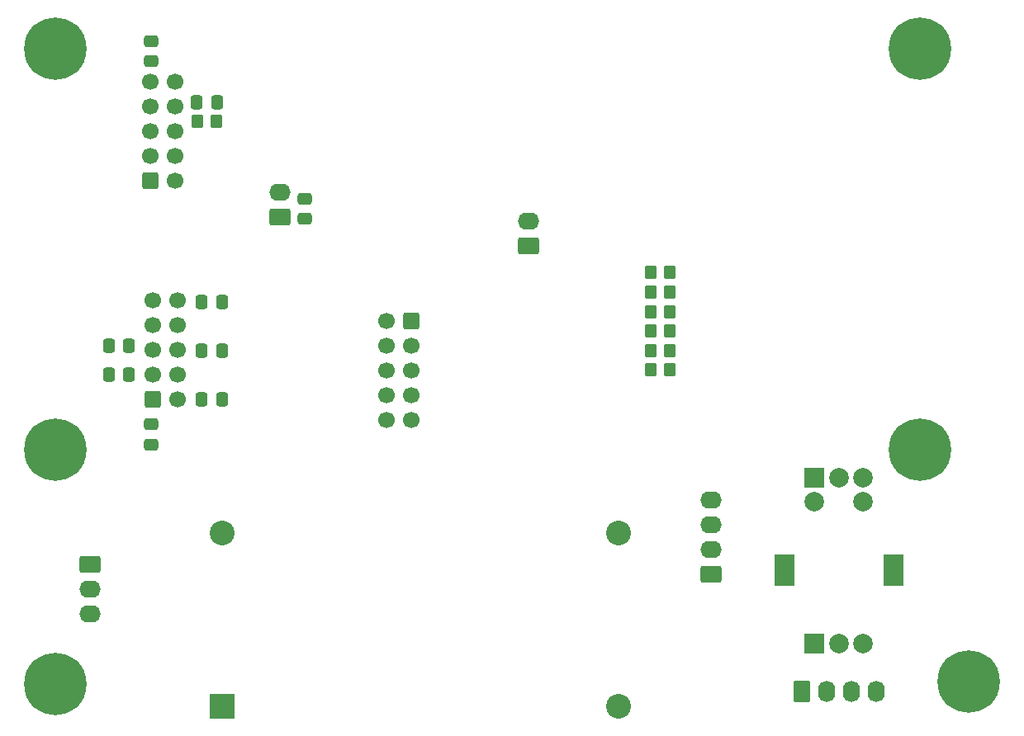
<source format=gts>
G04 #@! TF.GenerationSoftware,KiCad,Pcbnew,8.0.4*
G04 #@! TF.CreationDate,2024-11-03T11:21:10+01:00*
G04 #@! TF.ProjectId,K_PA_Protec,4b5f5041-5f50-4726-9f74-65632e6b6963,rev?*
G04 #@! TF.SameCoordinates,Original*
G04 #@! TF.FileFunction,Soldermask,Top*
G04 #@! TF.FilePolarity,Negative*
%FSLAX46Y46*%
G04 Gerber Fmt 4.6, Leading zero omitted, Abs format (unit mm)*
G04 Created by KiCad (PCBNEW 8.0.4) date 2024-11-03 11:21:10*
%MOMM*%
%LPD*%
G01*
G04 APERTURE LIST*
G04 Aperture macros list*
%AMRoundRect*
0 Rectangle with rounded corners*
0 $1 Rounding radius*
0 $2 $3 $4 $5 $6 $7 $8 $9 X,Y pos of 4 corners*
0 Add a 4 corners polygon primitive as box body*
4,1,4,$2,$3,$4,$5,$6,$7,$8,$9,$2,$3,0*
0 Add four circle primitives for the rounded corners*
1,1,$1+$1,$2,$3*
1,1,$1+$1,$4,$5*
1,1,$1+$1,$6,$7*
1,1,$1+$1,$8,$9*
0 Add four rect primitives between the rounded corners*
20,1,$1+$1,$2,$3,$4,$5,0*
20,1,$1+$1,$4,$5,$6,$7,0*
20,1,$1+$1,$6,$7,$8,$9,0*
20,1,$1+$1,$8,$9,$2,$3,0*%
G04 Aperture macros list end*
%ADD10RoundRect,0.250000X-0.350000X-0.450000X0.350000X-0.450000X0.350000X0.450000X-0.350000X0.450000X0*%
%ADD11RoundRect,0.250000X0.337500X0.475000X-0.337500X0.475000X-0.337500X-0.475000X0.337500X-0.475000X0*%
%ADD12C,0.800000*%
%ADD13C,6.400000*%
%ADD14RoundRect,0.250000X-0.337500X-0.475000X0.337500X-0.475000X0.337500X0.475000X-0.337500X0.475000X0*%
%ADD15RoundRect,0.250000X0.475000X-0.337500X0.475000X0.337500X-0.475000X0.337500X-0.475000X-0.337500X0*%
%ADD16R,2.000000X2.000000*%
%ADD17C,2.000000*%
%ADD18R,2.000000X3.200000*%
%ADD19RoundRect,0.250000X0.845000X-0.620000X0.845000X0.620000X-0.845000X0.620000X-0.845000X-0.620000X0*%
%ADD20O,2.190000X1.740000*%
%ADD21RoundRect,0.250000X0.600000X0.600000X-0.600000X0.600000X-0.600000X-0.600000X0.600000X-0.600000X0*%
%ADD22C,1.700000*%
%ADD23RoundRect,0.250000X-0.620000X-0.845000X0.620000X-0.845000X0.620000X0.845000X-0.620000X0.845000X0*%
%ADD24O,1.740000X2.190000*%
%ADD25RoundRect,0.250000X-0.845000X0.620000X-0.845000X-0.620000X0.845000X-0.620000X0.845000X0.620000X0*%
%ADD26R,2.540000X2.540000*%
%ADD27C,2.540000*%
%ADD28RoundRect,0.250000X-0.600000X-0.600000X0.600000X-0.600000X0.600000X0.600000X-0.600000X0.600000X0*%
G04 APERTURE END LIST*
D10*
X131000000Y-82000000D03*
X133000000Y-82000000D03*
D11*
X87037500Y-86000000D03*
X84962500Y-86000000D03*
D12*
X67600000Y-55000000D03*
X68302944Y-53302944D03*
X68302944Y-56697056D03*
X70000000Y-52600000D03*
D13*
X70000000Y-55000000D03*
D12*
X70000000Y-57400000D03*
X71697056Y-53302944D03*
X71697056Y-56697056D03*
X72400000Y-55000000D03*
D14*
X75462500Y-85500000D03*
X77537500Y-85500000D03*
D15*
X95500000Y-72500000D03*
X95500000Y-70425000D03*
D10*
X131000000Y-88000000D03*
X133000000Y-88000000D03*
D12*
X156200000Y-96200000D03*
X156902944Y-94502944D03*
X156902944Y-97897056D03*
X158600000Y-93800000D03*
D13*
X158600000Y-96200000D03*
D12*
X158600000Y-98600000D03*
X160297056Y-94502944D03*
X160297056Y-97897056D03*
X161000000Y-96200000D03*
D10*
X131000000Y-80000000D03*
X133000000Y-80000000D03*
D12*
X67600000Y-120200000D03*
X68302944Y-118502944D03*
X68302944Y-121897056D03*
X70000000Y-117800000D03*
D13*
X70000000Y-120200000D03*
D12*
X70000000Y-122600000D03*
X71697056Y-118502944D03*
X71697056Y-121897056D03*
X72400000Y-120200000D03*
D15*
X79800000Y-95637500D03*
X79800000Y-93562500D03*
D10*
X84500000Y-62500000D03*
X86500000Y-62500000D03*
D12*
X156200000Y-55000000D03*
X156902944Y-53302944D03*
X156902944Y-56697056D03*
X158600000Y-52600000D03*
D13*
X158600000Y-55000000D03*
D12*
X158600000Y-57400000D03*
X160297056Y-53302944D03*
X160297056Y-56697056D03*
X161000000Y-55000000D03*
D10*
X131000000Y-84000000D03*
X133000000Y-84000000D03*
X131000000Y-78000000D03*
X133000000Y-78000000D03*
D12*
X161200000Y-120000000D03*
X161902944Y-118302944D03*
X161902944Y-121697056D03*
X163600000Y-117600000D03*
D13*
X163600000Y-120000000D03*
D12*
X163600000Y-122400000D03*
X165297056Y-118302944D03*
X165297056Y-121697056D03*
X166000000Y-120000000D03*
D11*
X87037500Y-81000000D03*
X84962500Y-81000000D03*
D16*
X147800000Y-99037500D03*
D17*
X152800000Y-99037500D03*
X150300000Y-99037500D03*
D16*
X147800000Y-116037500D03*
D17*
X152800000Y-116037500D03*
X150300000Y-116037500D03*
D18*
X144700000Y-108537500D03*
X155900000Y-108537500D03*
D17*
X152800000Y-101537500D03*
X147800000Y-101537500D03*
D15*
X79800000Y-56337500D03*
X79800000Y-54262500D03*
D14*
X75462500Y-88500000D03*
X77537500Y-88500000D03*
X84462500Y-60500000D03*
X86537500Y-60500000D03*
D12*
X67600000Y-96200000D03*
X68302944Y-94502944D03*
X68302944Y-97897056D03*
X70000000Y-93800000D03*
D13*
X70000000Y-96200000D03*
D12*
X70000000Y-98600000D03*
X71697056Y-94502944D03*
X71697056Y-97897056D03*
X72400000Y-96200000D03*
D10*
X131000000Y-86000000D03*
X133000000Y-86000000D03*
D11*
X87037500Y-91000000D03*
X84962500Y-91000000D03*
D19*
X137180000Y-109000000D03*
D20*
X137180000Y-106460000D03*
X137180000Y-103920000D03*
X137180000Y-101380000D03*
D19*
X92980000Y-72270000D03*
D20*
X92980000Y-69730000D03*
D21*
X106500000Y-83000000D03*
D22*
X103960000Y-83000000D03*
X106500000Y-85540000D03*
X103960000Y-85540000D03*
X106500000Y-88080000D03*
X103960000Y-88080000D03*
X106500000Y-90620000D03*
X103960000Y-90620000D03*
X106500000Y-93160000D03*
X103960000Y-93160000D03*
D23*
X146500000Y-121000000D03*
D24*
X149040000Y-121000000D03*
X151580000Y-121000000D03*
X154120000Y-121000000D03*
D25*
X73520000Y-107960000D03*
D20*
X73520000Y-110500000D03*
X73520000Y-113040000D03*
D26*
X87080000Y-122490000D03*
D27*
X87080000Y-104710000D03*
X127720000Y-104710000D03*
X127720000Y-122490000D03*
D28*
X79747500Y-68580000D03*
D22*
X82287500Y-68580000D03*
X79747500Y-66040000D03*
X82287500Y-66040000D03*
X79747500Y-63500000D03*
X82287500Y-63500000D03*
X79747500Y-60960000D03*
X82287500Y-60960000D03*
X79747500Y-58420000D03*
X82287500Y-58420000D03*
D28*
X80000000Y-91000000D03*
D22*
X82540000Y-91000000D03*
X80000000Y-88460000D03*
X82540000Y-88460000D03*
X80000000Y-85920000D03*
X82540000Y-85920000D03*
X80000000Y-83380000D03*
X82540000Y-83380000D03*
X80000000Y-80840000D03*
X82540000Y-80840000D03*
D19*
X118480000Y-75270000D03*
D20*
X118480000Y-72730000D03*
M02*

</source>
